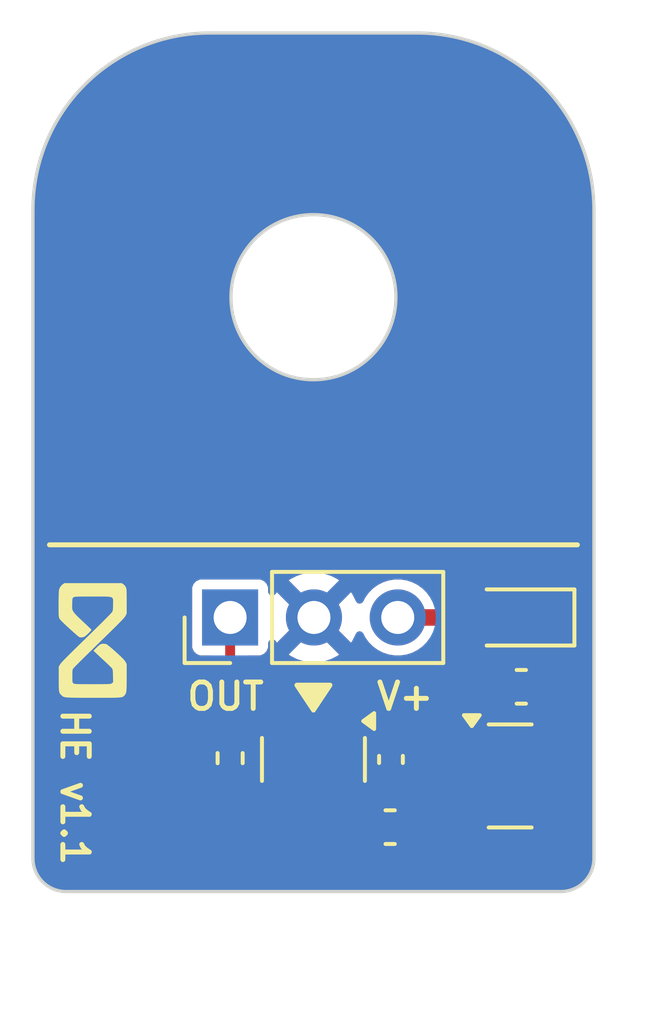
<source format=kicad_pcb>
(kicad_pcb (version 20241229) (generator "pcbnew") (generator_version "9.0")
  (layers (0 "F.Cu" signal) (2 "B.Cu" signal) (13 "F.Paste" user) (15 "B.Paste" user) (5 "F.SilkS" user "F.Silkscreen") (7 "B.SilkS" user "B.Silkscreen") (1 "F.Mask" user) (3 "B.Mask" user) (25 "Edge.Cuts" user))
  (net 0 "")
  (net 1 "Net-(D1-K)")
  (net 2 "GND")
  (net 3 "5v")
  (net 4 "V+")
  (net 5 "OUT")
  (net 6 "Net-(U2-OUT)")
  (footprint "Connector_PinHeader_2.54mm:PinHeader_1x03_P2.54mm_Vertical" (layer "F.Cu") (at 115.475 107.7 90)
    (property "Reference" "J1" (hide yes))
    (property "Value" "I/O connector")
    (fp_line (start -1.38 -1.38) (end 0 -1.38) (stroke (width 0.12)) (layer "F.SilkS"))
    (fp_line (start -1.38 0) (end -1.38 -1.38) (stroke (width 0.12)) (layer "F.SilkS"))
    (fp_line (start 1.38 1.27) (end 1.38 6.46) (stroke (width 0.12)) (layer "F.SilkS"))
    (fp_line (start -1.38 1.27) (end 1.38 1.27) (stroke (width 0.12)) (layer "F.SilkS"))
    (fp_line (start -1.38 1.27) (end -1.38 6.46) (stroke (width 0.12)) (layer "F.SilkS"))
    (fp_line (start -1.38 6.46) (end 1.38 6.46) (stroke (width 0.12)) (layer "F.SilkS"))
    (pad "1" thru_hole rect (at 0 0 90) (size 1.7 1.7) (drill 1) (layers "*.Cu" "*.Mask") (net 5 "OUT"))
    (pad "2" thru_hole circle (at 0 2.54 90) (size 1.7 1.7) (drill 1) (layers "*.Cu" "*.Mask") (net 2 "GND"))
    (pad "3" thru_hole circle (at 0 5.08 90) (size 1.7 1.7) (drill 1) (layers "*.Cu" "*.Mask") (net 4 "V+"))
  )
  (footprint "Capacitor_SMD:C_0603_1608Metric" (layer "F.Cu") (at 124.3 109.8)
    (property "Reference" "C1" (hide yes))
    (property "Value" "10uF")
    (fp_line (start -0.14058 -0.51) (end 0.14058 -0.51) (stroke (width 0.12)) (layer "F.SilkS"))
    (fp_line (start -0.14058 0.51) (end 0.14058 0.51) (stroke (width 0.12)) (layer "F.SilkS"))
    (pad "1" smd roundrect (at -0.775 0) (size 0.9 0.95) (layers "F.Cu" "F.Mask" "F.Paste") (net 1 "Net-(D1-K)"))
    (pad "2" smd roundrect (at 0.775 0) (size 0.9 0.95) (layers "F.Cu" "F.Mask" "F.Paste") (net 2 "GND"))
  )
  (footprint "cycfi_library:infinity_logo_4mm" (layer "F.Cu") (at 111.3 108.4 -90)
    (property "Reference" "G***" (hide yes))
    (property "Value" "LOGO" (hide yes))
    (fp_poly (pts (xy 1.244525 -1.039799) (xy 1.34588 -1.03895) (xy 1.426624 -1.037087) (xy 1.489785 -1.033844) (xy 1.53839 -1.028856) (xy 1.575467 -1.021756) (xy 1.604042 -1.012179) (xy 1.627144 -0.999757) (xy 1.647799 -0.984126) (xy 1.658308 -0.974853) (xy 1.673256 -0.961211) (xy 1.686074 -0.948154) (xy 1.696927 -0.933635) (xy 1.705977 -0.915605) (xy 1.713389 -0.892018) (xy 1.719325 -0.860825) (xy 1.72395 -0.819979) (xy 1.727427 -0.767432) (xy 1.729919 -0.701137) (xy 1.73159 -0.619045) (xy 1.732603 -0.51911) (xy 1.733123 -0.399283) (xy 1.733312 -0.257517) (xy 1.733334 -0.091764) (xy 1.733333 -0.035438) (xy 1.733309 0.140427) (xy 1.733128 0.291678) (xy 1.732627 0.42037) (xy 1.731643 0.528554) (xy 1.730014 0.618284) (xy 1.727577 0.691614) (xy 1.724169 0.750596) (xy 1.719626 0.797283) (xy 1.713787 0.83373) (xy 1.706488 0.861988) (xy 1.697566 0.884112) (xy 1.686859 0.902153) (xy 1.674203 0.918167) (xy 1.659437 0.934205) (xy 1.656148 0.937668) (xy 1.633627 0.960782) (xy 1.612685 0.979108) (xy 1.590018 0.993199) (xy 1.562319 1.003613) (xy 1.526283 1.010905) (xy 1.478602 1.015631) (xy 1.415972 1.018348) (xy 1.335085 1.019612) (xy 1.232637 1.019979) (xy 1.166666 1.02) (xy 0.793333 1.02) (xy 0.723263 0.981176) (xy 0.704626 0.96854) (xy 0.677421 0.946246) (xy 0.640646 0.913305) (xy 0.5933 0.868726) (xy 0.534382 0.811519) (xy 0.462889 0.740694) (xy 0.377821 0.65526) (xy 0.278177 0.554226) (xy 0.162953 0.436604) (xy 0.03115 0.301402) (xy -0.083403 0.183523) (xy -0.210933 0.052462) (xy -0.33089 -0.070185) (xy -0.442045 -0.183194) (xy -0.543171 -0.285339) (xy -0.633041 -0.375395) (xy -0.710426 -0.452137) (xy -0.774098 -0.514338) (xy -0.822831 -0.560774) (xy -0.855395 -0.59022) (xy -0.869469 -0.600987) (xy -0.894417 -0.611844) (xy -0.923603 -0.619217) (xy -0.962546 -0.623731) (xy -1.016764 -0.626006) (xy -1.091777 -0.626665) (xy -1.097145 -0.626667) (xy -1.152614 -0.627438) (xy -1.198722 -0.628261) (xy -1.236326 -0.626898) (xy -1.266285 -0.621114) (xy -1.289455 -0.608671) (xy -1.306695 -0.587334) (xy -1.318861 -0.554865) (xy -1.326811 -0.509028) (xy -1.331403 -0.447586) (xy -1.333494 -0.368304) (xy -1.333941 -0.268943) (xy -1.333602 -0.147268) (xy -1.333334 -0.010618) (xy -1.33328 0.125842) (xy -1.333046 0.238159) (xy -1.332522 0.328856) (xy -1.331597 0.400458) (xy -1.330164 0.455488) (xy -1.328111 0.496469) (xy -1.325329 0.525926) (xy -1.321709 0.546381) (xy -1.31714 0.560358) (xy -1.311514 0.570381) (xy -1.307875 0.575189) (xy -1.295611 0.588336) (xy -1.280526 0.597406) (xy -1.257568 0.603338) (xy -1.221688 0.607071) (xy -1.167837 0.609545) (xy -1.114993 0.611077) (xy -1.04473 0.612634) (xy -0.994913 0.61239) (xy -0.959338 0.609503) (xy -0.9318 0.603128) (xy -0.906096 0.592422) (xy -0.880985 0.579248) (xy -0.849169 0.557749) (xy -0.806598 0.521625) (xy -0.751807 0.469467) (xy -0.683332 0.399867) (xy -0.599706 0.311417) (xy -0.578092 0.288171) (xy -0.514086 0.219454) (xy -0.45572 0.15738) (xy -0.405523 0.104592) (xy -0.366025 0.063732) (xy -0.339757 0.037446) (xy -0.329486 0.02842) (xy -0.313973 0.034766) (xy -0.285867 0.056836) (xy -0.249762 0.089961) (xy -0.210249 0.129473) (xy -0.171922 0.170705) (xy -0.139374 0.208988) (xy -0.117197 0.239655) (xy -0.111891 0.249571) (xy -0.095627 0.310097) (xy -0.096986 0.369011) (xy -0.108834 0.404209) (xy -0.121657 0.42145) (xy -0.150053 0.455467) (xy -0.191534 0.503418) (xy -0.243613 0.562459) (xy -0.303801 0.629749) (xy -0.369611 0.702443) (xy -0.374989 0.708347) (xy -0.45561 0.796138) (xy -0.520928 0.865642) (xy -0.572973 0.918833) (xy -0.613775 0.957688) (xy -0.645364 0.984184) (xy -0.669771 1.000296) (xy -0.679758 1.005013) (xy -0.69962 1.011532) (xy -0.724904 1.016597) (xy -0.758864 1.020363) (xy -0.804749 1.022982) (xy -0.865813 1.024609) (xy -0.945306 1.025397) (xy -1.04648 1.025499) (xy -1.11027 1.025327) (xy -1.210705 1.02454) (xy -1.304887 1.022995) (xy -1.388796 1.020819) (xy -1.45841 1.018142) (xy -1.509705 1.015092) (xy -1.538661 1.0118) (xy -1.539831 1.011545) (xy -1.618465 0.979844) (xy -1.684048 0.925831) (xy -1.70787 0.895512) (xy -1.74 0.84862) (xy -1.74 -0.019024) (xy -1.74 -0.886667) (xy -1.709498 -0.935721) (xy -1.672446 -0.978002) (xy -1.623864 -1.011448) (xy -1.621955 -1.012388) (xy -1.603687 -1.020536) (xy -1.58426 -1.026906) (xy -1.560289 -1.031717) (xy -1.528387 -1.035184) (xy -1.485168 -1.037527) (xy -1.427249 -1.038961) (xy -1.351241 -1.039705) (xy -1.253761 -1.039975) (xy -1.191742 -1.04) (xy -0.81857 -1.04) (xy -0.74894 -1.005303) (xy -0.732612 -0.995524) (xy -0.711038 -0.979462) (xy -0.683015 -0.955935) (xy -0.647342 -0.923764) (xy -0.602816 -0.88177) (xy -0.548236 -0.828774) (xy -0.482399 -0.763594) (xy -0.404104 -0.685053) (xy -0.312147 -0.59197) (xy -0.205328 -0.483166) (xy -0.082444 -0.35746) (xy 0.056123 -0.215303) (xy 0.172518 -0.095935) (xy 0.284391 0.018461) (xy 0.390227 0.126356) (xy 0.488511 0.226222) (xy 0.577728 0.31653) (xy 0.656364 0.395751) (xy 0.722904 0.462356) (xy 0.775833 0.514817) (xy 0.813638 0.551605) (xy 0.834802 0.57119) (xy 0.83747 0.573333) (xy 0.85679 0.586403) (xy 0.876037 0.595521) (xy 0.900291 0.601395) (xy 0.934634 0.604737) (xy 0.984147 0.606254) (xy 1.053911 0.606656) (xy 1.076203 0.606666) (xy 1.151711 0.606479) (xy 1.205161 0.605477) (xy 1.241159 0.602993) (xy 1.264312 0.598365) (xy 1.279228 0.590927) (xy 1.290513 0.580016) (xy 1.294511 0.575189) (xy 1.300804 0.566249) (xy 1.305969 0.554768) (xy 1.310117 0.538213) (xy 1.313357 0.514048) (xy 1.315803 0.479739) (xy 1.317564 0.432751) (xy 1.318752 0.37055) (xy 1.319478 0.290601) (xy 1.319852 0.190369) (xy 1.319987 0.067321) (xy 1.32 -0.006346) (xy 1.319967 -0.141876) (xy 1.319787 -0.253297) (xy 1.319335 -0.343166) (xy 1.318489 -0.414041) (xy 1.317123 -0.468479) (xy 1.315115 -0.509037) (xy 1.312341 -0.538272) (xy 1.308676 -0.558743) (xy 1.303997 -0.573007) (xy 1.29818 -0.58362) (xy 1.29163 -0.59247) (xy 1.263261 -0.628536) (xy 1.06792 -0.624268) (xy 0.989899 -0.622177) (xy 0.933798 -0.619433) (xy 0.894872 -0.615396) (xy 0.868374 -0.609424) (xy 0.849559 -0.600878) (xy 0.838815 -0.593334) (xy 0.8199 -0.575814) (xy 0.786162 -0.54195) (xy 0.740796 -0.495058) (xy 0.686999 -0.438453) (xy 0.627967 -0.375449) (xy 0.607433 -0.353334) (xy 0.545797 -0.286913) (xy 0.486998 -0.223765) (xy 0.434609 -0.167709) (xy 0.392202 -0.122567) (xy 0.363351 -0.092159) (xy 0.358336 -0.086958) (xy 0.306856 -0.033916) (xy 0.219096 -0.120292) (xy 0.177581 -0.163013) (xy 0.141858 -0.203141) (xy 0.117605 -0.234169) (xy 0.112334 -0.242672) (xy 0.096934 -0.293939) (xy 0.094857 -0.355945) (xy 0.106166 -0.416293) (xy 0.11141 -0.430429) (xy 0.125219 -0.45207) (xy 0.154403 -0.490053) (xy 0.196253 -0.541121) (xy 0.248059 -0.602017) (xy 0.307112 -0.669484) (xy 0.352324 -0.72) (xy 0.433486 -0.808762) (xy 0.499806 -0.878766) (xy 0.553265 -0.931946) (xy 0.595843 -0.970236) (xy 0.62952 -0.99557) (xy 0.642436 -1.003334) (xy 0.709711 -1.040001) (xy 1.119532 -1.040001)) (fill yes) (layer "F.SilkS"))
  )
  (footprint "Resistor_SMD:R_0402_1005Metric" (layer "F.Cu") (at 115.475 111.96 90)
    (property "Reference" "R1" (hide yes))
    (property "Value" "47K")
    (fp_line (start -0.153641 -0.38) (end 0.153641 -0.38) (stroke (width 0.12)) (layer "F.SilkS"))
    (fp_line (start -0.153641 0.38) (end 0.153641 0.38) (stroke (width 0.12)) (layer "F.SilkS"))
    (pad "1" smd roundrect (at -0.51 0 90) (size 0.54 0.64) (layers "F.Cu" "F.Mask" "F.Paste") (net 6 "Net-(U2-OUT)"))
    (pad "2" smd roundrect (at 0.51 0 90) (size 0.54 0.64) (layers "F.Cu" "F.Mask" "F.Paste") (net 5 "OUT"))
  )
  (footprint "Diode_SMD:D_SOD-323" (layer "F.Cu") (at 124.3 107.7 180)
    (property "Reference" "D1" (hide yes))
    (property "Value" "1N4148WS")
    (fp_line (start -1.61 0.85) (end 1.05 0.85) (stroke (width 0.12)) (layer "F.SilkS"))
    (fp_line (start -1.61 -0.85) (end 1.05 -0.85) (stroke (width 0.12)) (layer "F.SilkS"))
    (fp_line (start -1.61 -0.85) (end -1.61 0.85) (stroke (width 0.12)) (layer "F.SilkS"))
    (pad "1" smd roundrect (at -1.05 0 180) (size 0.6 0.45) (layers "F.Cu" "F.Mask" "F.Paste") (net 1 "Net-(D1-K)"))
    (pad "2" smd roundrect (at 1.05 0 180) (size 0.6 0.45) (layers "F.Cu" "F.Mask" "F.Paste") (net 4 "V+"))
  )
  (footprint "cycfi_library:SOT-23-132" (layer "F.Cu") (at 123.9625 112.5)
    (property "Reference" "U1" (hide yes))
    (property "Value" "HT7550-1")
    (fp_line (start 0 -1.56) (end -0.65 -1.56) (stroke (width 0.12)) (layer "F.SilkS"))
    (fp_line (start 0 -1.56) (end 0.65 -1.56) (stroke (width 0.12)) (layer "F.SilkS"))
    (fp_line (start 0 1.56) (end -0.65 1.56) (stroke (width 0.12)) (layer "F.SilkS"))
    (fp_line (start 0 1.56) (end 0.65 1.56) (stroke (width 0.12)) (layer "F.SilkS"))
    (fp_poly (pts (xy -1.1625 -1.51) (xy -1.4025 -1.84) (xy -0.9225 -1.84)) (stroke (width 0.12)) (fill yes) (layer "F.SilkS"))
    (pad "1" smd roundrect (at -0.9375 -0.95) (size 1.475 0.6) (layers "F.Cu" "F.Mask" "F.Paste") (net 2 "GND"))
    (pad "2" smd roundrect (at 0.9375 0) (size 1.475 0.6) (layers "F.Cu" "F.Mask" "F.Paste") (net 1 "Net-(D1-K)"))
    (pad "3" smd roundrect (at -0.9375 0.95) (size 1.475 0.6) (layers "F.Cu" "F.Mask" "F.Paste") (net 3 "5v"))
  )
  (footprint "Package_TO_SOT_SMD:SOT-23" (layer "F.Cu") (at 118 112 -90)
    (property "Reference" "U2" (hide yes))
    (property "Value" "DRV5056")
    (fp_line (start 0 1.56) (end -0.65 1.56) (stroke (width 0.12)) (layer "F.SilkS"))
    (fp_line (start 0 1.56) (end 0.65 1.56) (stroke (width 0.12)) (layer "F.SilkS"))
    (fp_line (start 0 -1.56) (end -0.65 -1.56) (stroke (width 0.12)) (layer "F.SilkS"))
    (fp_line (start 0 -1.56) (end 0.65 -1.56) (stroke (width 0.12)) (layer "F.SilkS"))
    (fp_poly (pts (xy -1.1625 -1.51) (xy -1.4025 -1.84) (xy -0.9225 -1.84)) (stroke (width 0.12)) (fill yes) (layer "F.SilkS"))
    (pad "1" smd roundrect (at -0.9375 -0.95 270) (size 1.475 0.6) (layers "F.Cu" "F.Mask" "F.Paste") (net 3 "5v"))
    (pad "2" smd roundrect (at -0.9375 0.95 270) (size 1.475 0.6) (layers "F.Cu" "F.Mask" "F.Paste") (net 6 "Net-(U2-OUT)"))
    (pad "3" smd roundrect (at 0.9375 0 270) (size 1.475 0.6) (layers "F.Cu" "F.Mask" "F.Paste") (net 2 "GND"))
  )
  (footprint "Capacitor_SMD:C_0402_1005Metric" (layer "F.Cu") (at 120.35 112 -90)
    (property "Reference" "C3" (hide yes))
    (property "Value" "100nF")
    (fp_line (start -0.107836 0.36) (end 0.107836 0.36) (stroke (width 0.12)) (layer "F.SilkS"))
    (fp_line (start -0.107836 -0.36) (end 0.107836 -0.36) (stroke (width 0.12)) (layer "F.SilkS"))
    (pad "1" smd roundrect (at -0.48 0 270) (size 0.56 0.62) (layers "F.Cu" "F.Mask" "F.Paste") (net 3 "5v"))
    (pad "2" smd roundrect (at 0.48 0 270) (size 0.56 0.62) (layers "F.Cu" "F.Mask" "F.Paste") (net 2 "GND"))
  )
  (footprint "Capacitor_SMD:C_0603_1608Metric" (layer "F.Cu") (at 120.325 114.05 180)
    (property "Reference" "C2" (hide yes))
    (property "Value" "10uF")
    (fp_line (start -0.14058 0.51) (end 0.14058 0.51) (stroke (width 0.12)) (layer "F.SilkS"))
    (fp_line (start -0.14058 -0.51) (end 0.14058 -0.51) (stroke (width 0.12)) (layer "F.SilkS"))
    (pad "1" smd roundrect (at -0.775 0 180) (size 0.9 0.95) (layers "F.Cu" "F.Mask" "F.Paste") (net 3 "5v"))
    (pad "2" smd roundrect (at 0.775 0 180) (size 0.9 0.95) (layers "F.Cu" "F.Mask" "F.Paste") (net 2 "GND"))
  )
  (gr_line (start 110 105.5) (end 126 105.5) (stroke (width 0.15)) (layer "F.SilkS"))
  (gr_poly (pts (xy 117.5 109.75) (xy 118.5 109.75) (xy 118 110.5)) (stroke (width 0.15)) (fill yes) (layer "F.SilkS"))
  (gr_line (start 126.5 95.35) (end 126.5 115) (stroke (width 0.1)) (layer "Edge.Cuts"))
  (gr_line (start 110.5 116) (end 125.5 116) (stroke (width 0.1)) (layer "Edge.Cuts"))
  (gr_line (start 109.5 95.35) (end 109.5 115) (stroke (width 0.1)) (layer "Edge.Cuts"))
  (gr_arc (start 109.5 95.35) (mid 111.066979 91.566979) (end 114.85 90) (stroke (width 0.1)) (layer "Edge.Cuts"))
  (gr_arc (start 126.5 115) (mid 126.207107 115.707107) (end 125.5 116) (stroke (width 0.1)) (layer "Edge.Cuts"))
  (gr_line (start 114.85 90) (end 121.15 90) (stroke (width 0.1)) (layer "Edge.Cuts"))
  (gr_circle (center 118 98) (end 120.5 98) (stroke (width 0.1)) (fill no) (layer "Edge.Cuts"))
  (gr_arc (start 110.5 116) (mid 109.792893 115.707107) (end 109.5 115) (stroke (width 0.1)) (layer "Edge.Cuts"))
  (gr_arc (start 121.15 90) (mid 124.933021 91.566979) (end 126.5 95.35) (stroke (width 0.1)) (layer "Edge.Cuts"))
  (gr_text "V+" (at 119.84 110.56 0) (layer "F.SilkS") (effects (font (size 0.8 0.8) (thickness 0.15) (bold yes)) (justify left bottom)))
  (gr_text "HE v1.1" (at 110.3 110.4 270) (layer "F.SilkS") (effects (font (size 0.8 0.8) (thickness 0.15) (bold yes)) (justify left bottom)))
  (gr_text "OUT" (at 114.095 110.56 0) (layer "F.SilkS") (effects (font (size 0.8 0.8) (thickness 0.15) (bold yes)) (justify left bottom)))
  (segment (start 125.1 107.7) (end 125.35 107.7) (width 0.5) (layer "F.Cu") (net 1))
  (segment (start 123.525 109.8) (end 123.525 109.275) (width 0.5) (layer "F.Cu") (net 1))
  (segment (start 123.525 109.275) (end 125.1 107.7) (width 0.5) (layer "F.Cu") (net 1))
  (segment (start 123.525 109.8) (end 124.9 111.175) (width 0.5) (layer "F.Cu") (net 1))
  (segment (start 124.9 111.175) (end 124.9 112.5) (width 0.5) (layer "F.Cu") (net 1))
  (segment (start 121.1 113.85) (end 121.1 114.05) (width 0.5) (layer "F.Cu") (net 3))
  (segment (start 121.5 113.45) (end 121.1 113.85) (width 0.5) (layer "F.Cu") (net 3))
  (segment (start 119.8625 111.0625) (end 120.32 111.52) (width 0.5) (layer "F.Cu") (net 3))
  (segment (start 123.025 113.45) (end 121.95 113.45) (width 0.5) (layer "F.Cu") (net 3))
  (segment (start 122.2 112.35) (end 122.2 113.2) (width 0.5) (layer "F.Cu") (net 3))
  (segment (start 120.35 111.52) (end 121.37 111.52) (width 0.5) (layer "F.Cu") (net 3))
  (segment (start 121.37 111.52) (end 122.2 112.35) (width 0.5) (layer "F.Cu") (net 3))
  (segment (start 121.95 113.45) (end 121.5 113.45) (width 0.5) (layer "F.Cu") (net 3))
  (segment (start 120.32 111.52) (end 120.35 111.52) (width 0.5) (layer "F.Cu") (net 3))
  (segment (start 118.95 111.0625) (end 119.8625 111.0625) (width 0.5) (layer "F.Cu") (net 3))
  (segment (start 120.555 107.7) (end 123.25 107.7) (width 0.5) (layer "F.Cu") (net 4))
  (segment (start 115.475 111.45) (end 115.475 107.7) (width 0.3) (layer "F.Cu") (net 5))
  (segment (start 116.8825 111.0625) (end 115.475 112.47) (width 0.3) (layer "F.Cu") (net 6))
  (segment (start 117.05 111.0625) (end 116.8825 111.0625) (width 0.3) (layer "F.Cu") (net 6))
  (zone (net 2) (net_name "GND") (layers "F.Cu" "B.Cu") (connect_pads (clearance 0.3)) (min_thickness 0.254) (fill yes (thermal_gap 0.508) (thermal_bridge_width 0.508))
    (polygon (pts (xy 127.5 117) (xy 108.5 117) (xy 108.5 89) (xy 127.5 89)))
  )
)
</source>
